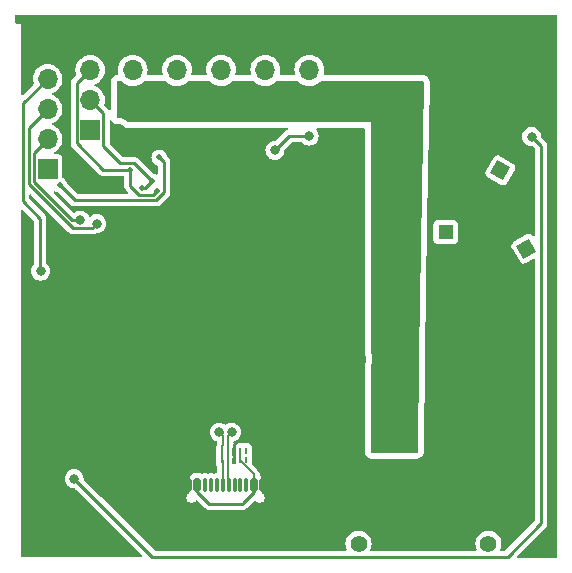
<source format=gbr>
%TF.GenerationSoftware,KiCad,Pcbnew,8.0.3*%
%TF.CreationDate,2024-07-15T22:47:52-04:00*%
%TF.ProjectId,get-a-grip-on-reality,6765742d-612d-4677-9269-702d6f6e2d72,rev?*%
%TF.SameCoordinates,Original*%
%TF.FileFunction,Copper,L2,Bot*%
%TF.FilePolarity,Positive*%
%FSLAX46Y46*%
G04 Gerber Fmt 4.6, Leading zero omitted, Abs format (unit mm)*
G04 Created by KiCad (PCBNEW 8.0.3) date 2024-07-15 22:47:52*
%MOMM*%
%LPD*%
G01*
G04 APERTURE LIST*
G04 Aperture macros list*
%AMRoundRect*
0 Rectangle with rounded corners*
0 $1 Rounding radius*
0 $2 $3 $4 $5 $6 $7 $8 $9 X,Y pos of 4 corners*
0 Add a 4 corners polygon primitive as box body*
4,1,4,$2,$3,$4,$5,$6,$7,$8,$9,$2,$3,0*
0 Add four circle primitives for the rounded corners*
1,1,$1+$1,$2,$3*
1,1,$1+$1,$4,$5*
1,1,$1+$1,$6,$7*
1,1,$1+$1,$8,$9*
0 Add four rect primitives between the rounded corners*
20,1,$1+$1,$2,$3,$4,$5,0*
20,1,$1+$1,$4,$5,$6,$7,0*
20,1,$1+$1,$6,$7,$8,$9,0*
20,1,$1+$1,$8,$9,$2,$3,0*%
%AMRotRect*
0 Rectangle, with rotation*
0 The origin of the aperture is its center*
0 $1 length*
0 $2 width*
0 $3 Rotation angle, in degrees counterclockwise*
0 Add horizontal line*
21,1,$1,$2,0,0,$3*%
G04 Aperture macros list end*
%TA.AperFunction,ComponentPad*%
%ADD10RotRect,1.258000X1.258000X210.000000*%
%TD*%
%TA.AperFunction,ComponentPad*%
%ADD11C,1.258000*%
%TD*%
%TA.AperFunction,ComponentPad*%
%ADD12O,1.700000X1.700000*%
%TD*%
%TA.AperFunction,ComponentPad*%
%ADD13R,1.700000X1.700000*%
%TD*%
%TA.AperFunction,HeatsinkPad*%
%ADD14R,1.600000X0.500000*%
%TD*%
%TA.AperFunction,ComponentPad*%
%ADD15RotRect,1.258000X1.258000X330.000000*%
%TD*%
%TA.AperFunction,ComponentPad*%
%ADD16R,1.258000X1.258000*%
%TD*%
%TA.AperFunction,SMDPad,CuDef*%
%ADD17R,0.250000X0.625000*%
%TD*%
%TA.AperFunction,SMDPad,CuDef*%
%ADD18R,0.450000X0.575000*%
%TD*%
%TA.AperFunction,SMDPad,CuDef*%
%ADD19R,0.450000X0.700000*%
%TD*%
%TA.AperFunction,ComponentPad*%
%ADD20C,3.500000*%
%TD*%
%TA.AperFunction,ComponentPad*%
%ADD21R,3.500000X3.500000*%
%TD*%
%TA.AperFunction,ComponentPad*%
%ADD22C,1.400000*%
%TD*%
%TA.AperFunction,SMDPad,CuDef*%
%ADD23RoundRect,0.250000X0.840000X0.750000X-0.840000X0.750000X-0.840000X-0.750000X0.840000X-0.750000X0*%
%TD*%
%TA.AperFunction,SMDPad,CuDef*%
%ADD24RoundRect,0.150000X0.150000X0.425000X-0.150000X0.425000X-0.150000X-0.425000X0.150000X-0.425000X0*%
%TD*%
%TA.AperFunction,SMDPad,CuDef*%
%ADD25RoundRect,0.075000X0.075000X0.500000X-0.075000X0.500000X-0.075000X-0.500000X0.075000X-0.500000X0*%
%TD*%
%TA.AperFunction,ViaPad*%
%ADD26C,0.800000*%
%TD*%
%TA.AperFunction,ViaPad*%
%ADD27C,0.500000*%
%TD*%
%TA.AperFunction,Conductor*%
%ADD28C,0.250000*%
%TD*%
%TA.AperFunction,Conductor*%
%ADD29C,0.150000*%
%TD*%
G04 APERTURE END LIST*
D10*
%TO.P,D5,K*%
%TO.N,/Light Sensor/1IN-*%
X83600000Y-52040000D03*
D11*
%TO.P,D5,A*%
%TO.N,GND*%
X81400296Y-53310000D03*
%TD*%
D12*
%TO.P,J9,3,Pin_3*%
%TO.N,GND*%
X57759664Y-34366000D03*
%TO.P,J9,2,Pin_2*%
%TO.N,/MOTOR3*%
X57759664Y-36906000D03*
D13*
%TO.P,J9,1,Pin_1*%
%TO.N,+5V*%
X57759664Y-39446000D03*
%TD*%
D12*
%TO.P,J11,3,Pin_3*%
%TO.N,GND*%
X65227000Y-34366000D03*
%TO.P,J11,2,Pin_2*%
%TO.N,/MOTOR5*%
X65227000Y-36906000D03*
D13*
%TO.P,J11,1,Pin_1*%
%TO.N,+5V*%
X65227000Y-39446000D03*
%TD*%
D12*
%TO.P,J10,3,Pin_3*%
%TO.N,GND*%
X61493330Y-34366000D03*
%TO.P,J10,2,Pin_2*%
%TO.N,/MOTOR4*%
X61493330Y-36906000D03*
D13*
%TO.P,J10,1,Pin_1*%
%TO.N,+5V*%
X61493330Y-39446000D03*
%TD*%
D14*
%TO.P,U1,7,PAD*%
%TO.N,GND*%
X69225000Y-61400000D03*
%TD*%
D15*
%TO.P,D6,K*%
%TO.N,/Light Sensor/1IN-*%
X81400296Y-45405000D03*
D11*
%TO.P,D6,A*%
%TO.N,GND*%
X83600000Y-46675000D03*
%TD*%
D12*
%TO.P,J8,3,Pin_3*%
%TO.N,GND*%
X54025998Y-34366000D03*
%TO.P,J8,2,Pin_2*%
%TO.N,/MOTOR2*%
X54025998Y-36906000D03*
D13*
%TO.P,J8,1,Pin_1*%
%TO.N,+5V*%
X54025998Y-39446000D03*
%TD*%
D12*
%TO.P,J1,4,Pin_4*%
%TO.N,GND*%
X46675000Y-34375000D03*
%TO.P,J1,3,Pin_3*%
%TO.N,/IMU/SCLK*%
X46675000Y-36915000D03*
%TO.P,J1,2,Pin_2*%
%TO.N,/IMU/SDO*%
X46675000Y-39455000D03*
D13*
%TO.P,J1,1,Pin_1*%
%TO.N,+3.3V*%
X46675000Y-41995000D03*
%TD*%
D12*
%TO.P,J13,5,Pin_5*%
%TO.N,GND*%
X43075000Y-35135000D03*
%TO.P,J13,4,Pin_4*%
%TO.N,Net-(J13-Pin_4)*%
X43075000Y-37675000D03*
%TO.P,J13,3,Pin_3*%
%TO.N,Net-(J13-Pin_3)*%
X43075000Y-40215000D03*
%TO.P,J13,2,Pin_2*%
%TO.N,Net-(J13-Pin_2)*%
X43075000Y-42755000D03*
D13*
%TO.P,J13,1,Pin_1*%
%TO.N,+3.3V*%
X43075000Y-45295000D03*
%TD*%
D12*
%TO.P,J7,3,Pin_3*%
%TO.N,GND*%
X50292332Y-34366000D03*
%TO.P,J7,2,Pin_2*%
%TO.N,/MOTOR1*%
X50292332Y-36906000D03*
D13*
%TO.P,J7,1,Pin_1*%
%TO.N,+5V*%
X50292332Y-39446000D03*
%TD*%
D16*
%TO.P,D4,K*%
%TO.N,/Light Sensor/1IN-*%
X76775000Y-50632500D03*
D11*
%TO.P,D4,A*%
%TO.N,GND*%
X76775000Y-48092500D03*
%TD*%
D17*
%TO.P,U3,10,NC*%
%TO.N,/MCU/USB_N*%
X57875000Y-69970000D03*
%TO.P,U3,9,NC*%
%TO.N,/MCU/USB_P*%
X58375000Y-69970000D03*
D18*
%TO.P,U3,8,VSS*%
%TO.N,GND*%
X58875000Y-69995000D03*
D17*
%TO.P,U3,7,NC*%
%TO.N,+5V_USB_ESP*%
X59375000Y-69970000D03*
%TO.P,U3,6,NC*%
%TO.N,unconnected-(U3-NC-Pad6)*%
X59875000Y-69970000D03*
%TO.P,U3,5*%
%TO.N,unconnected-(U3-Pad5)*%
X59875000Y-69195000D03*
%TO.P,U3,4*%
%TO.N,+5V_USB_ESP*%
X59375000Y-69195000D03*
D19*
%TO.P,U3,3,VSS*%
%TO.N,GND*%
X58875000Y-69232500D03*
D17*
%TO.P,U3,2*%
%TO.N,/MCU/USB_P*%
X58375000Y-69195000D03*
%TO.P,U3,1*%
%TO.N,/MCU/USB_N*%
X57875000Y-69195000D03*
%TD*%
D20*
%TO.P,J12,2,Pin_2*%
%TO.N,+5V*%
X72400000Y-67025000D03*
D21*
%TO.P,J12,1,Pin_1*%
%TO.N,GND*%
X77400000Y-67025000D03*
D22*
%TO.P,J12,*%
%TO.N,*%
X80400000Y-77025000D03*
X69400000Y-77025000D03*
%TD*%
D23*
%TO.P,P1,S1,SHIELD*%
%TO.N,GND*%
X53040000Y-72620000D03*
X53040000Y-76550000D03*
X63260000Y-72620000D03*
X63260000Y-76550000D03*
D24*
%TO.P,P1,B12,GND*%
X61350000Y-72045000D03*
%TO.P,P1,B9,VBUS*%
%TO.N,+5V_USB_ESP*%
X60550000Y-72045000D03*
D25*
%TO.P,P1,B8*%
%TO.N,N/C*%
X59900000Y-72045000D03*
%TO.P,P1,B7*%
X58900000Y-72045000D03*
%TO.P,P1,B6*%
X57400000Y-72045000D03*
%TO.P,P1,B5,VCONN*%
%TO.N,unconnected-(P1-VCONN-PadB5)*%
X56400000Y-72045000D03*
D24*
%TO.P,P1,B4,VBUS*%
%TO.N,+5V_USB_ESP*%
X55750000Y-72045000D03*
%TO.P,P1,B1,GND*%
%TO.N,GND*%
X54950000Y-72045000D03*
%TO.P,P1,A12,GND*%
X54950000Y-72045000D03*
%TO.P,P1,A9,VBUS*%
%TO.N,+5V_USB_ESP*%
X55750000Y-72045000D03*
D25*
%TO.P,P1,A8*%
%TO.N,N/C*%
X56900000Y-72045000D03*
%TO.P,P1,A7,D-*%
%TO.N,/MCU/USB_N*%
X57900000Y-72045000D03*
%TO.P,P1,A6,D+*%
%TO.N,/MCU/USB_P*%
X58400000Y-72045000D03*
%TO.P,P1,A5,CC*%
%TO.N,unconnected-(P1-CC-PadA5)*%
X59400000Y-72045000D03*
D24*
%TO.P,P1,A4,VBUS*%
%TO.N,+5V_USB_ESP*%
X60550000Y-72045000D03*
%TO.P,P1,A1,GND*%
%TO.N,GND*%
X61350000Y-72045000D03*
%TD*%
D26*
%TO.N,GND*%
X83289000Y-72765000D03*
X83289000Y-70225000D03*
X83289000Y-67685000D03*
X83289000Y-65145000D03*
X83289000Y-62605000D03*
X83289000Y-60065000D03*
X83289000Y-57525000D03*
X83289000Y-54985000D03*
X83289000Y-49905000D03*
X83289000Y-39745000D03*
X83289000Y-37205000D03*
X83289000Y-34665000D03*
X80749000Y-75305000D03*
X80749000Y-72765000D03*
X80749000Y-70225000D03*
X80749000Y-67685000D03*
X80749000Y-65145000D03*
X80749000Y-62605000D03*
X80749000Y-60065000D03*
X80749000Y-57525000D03*
X80749000Y-54985000D03*
X80749000Y-39745000D03*
X80749000Y-37205000D03*
X80749000Y-34665000D03*
X78209000Y-75305000D03*
X78209000Y-72765000D03*
X78209000Y-70225000D03*
X78209000Y-62605000D03*
X78209000Y-60065000D03*
X78209000Y-57525000D03*
X78209000Y-54985000D03*
X78209000Y-52445000D03*
X78209000Y-47365000D03*
X78209000Y-37205000D03*
X75669000Y-75305000D03*
X75669000Y-72765000D03*
X75669000Y-70225000D03*
X75669000Y-57525000D03*
X73129000Y-75305000D03*
X73129000Y-72765000D03*
X70589000Y-75305000D03*
X70589000Y-72765000D03*
X60429000Y-42285000D03*
X57889000Y-60065000D03*
X57889000Y-57525000D03*
X57889000Y-54985000D03*
X57889000Y-52445000D03*
X57889000Y-49905000D03*
X55349000Y-60065000D03*
X55349000Y-57525000D03*
X55349000Y-54985000D03*
X55349000Y-52445000D03*
X55349000Y-49905000D03*
X52809000Y-54985000D03*
X52809000Y-52445000D03*
X52809000Y-49905000D03*
X50269000Y-54985000D03*
X50269000Y-52445000D03*
X50269000Y-49905000D03*
X47729000Y-54985000D03*
X47729000Y-52445000D03*
X45189000Y-52445000D03*
X69088000Y-49276000D03*
X50710000Y-59820000D03*
X51420000Y-58970000D03*
X65151000Y-60198000D03*
X69088000Y-50800000D03*
X51520000Y-57020000D03*
X41925000Y-60525000D03*
X50090000Y-57030000D03*
X80137000Y-43942000D03*
X58725000Y-45050000D03*
X66075000Y-43925000D03*
X83566000Y-43942000D03*
X48530000Y-58990000D03*
X45325000Y-56325000D03*
X49200331Y-41910331D03*
X50419000Y-74041000D03*
X68707000Y-46482000D03*
X66548000Y-58166000D03*
X65786000Y-52578000D03*
X62992000Y-56261000D03*
X57675000Y-74575000D03*
X48630000Y-57040000D03*
X61825000Y-46750000D03*
X67675000Y-61225000D03*
X69088000Y-47879000D03*
X50038000Y-68707000D03*
X54050000Y-46200000D03*
X41925000Y-56325000D03*
X76327000Y-45720000D03*
X62500000Y-66125000D03*
X70612000Y-33782000D03*
X62800000Y-45750000D03*
X68326000Y-68453000D03*
X65786000Y-54483000D03*
X65024000Y-58166000D03*
X45325000Y-60525000D03*
X68300000Y-65550000D03*
X41656000Y-71755000D03*
X41925000Y-58525000D03*
X48975000Y-72675000D03*
X41925000Y-62925000D03*
X59175000Y-74575000D03*
X50810000Y-57870000D03*
X50038000Y-70993000D03*
X54050000Y-45225000D03*
X68300000Y-67100000D03*
X49300000Y-59860000D03*
X49170000Y-42790000D03*
X41670000Y-72898000D03*
X51599098Y-70143694D03*
X65675000Y-73325000D03*
X41910000Y-64389000D03*
X72644000Y-36576000D03*
X49990000Y-58980000D03*
X78232000Y-43942000D03*
X49400000Y-57910000D03*
X69225000Y-61400000D03*
X45325000Y-58525000D03*
%TO.N,Net-(U2-GPIO0{slash}BOOT)*%
X65225000Y-42525000D03*
X62325000Y-43725000D03*
%TO.N,+5V*%
X71225000Y-64225000D03*
X72175000Y-64225000D03*
X73125000Y-64225000D03*
%TO.N,Net-(U2-EN)*%
X84050000Y-42550000D03*
X45325000Y-71525000D03*
D27*
%TO.N,/IMU/SCLK*%
X52325000Y-47125000D03*
X50094202Y-45352873D03*
%TO.N,/IMU/SDO*%
X51925000Y-46325000D03*
X51057538Y-46942464D03*
D26*
%TO.N,Net-(J13-Pin_3)*%
X47225000Y-49925000D03*
%TO.N,Net-(J13-Pin_4)*%
X42475000Y-53950000D03*
%TO.N,Net-(J13-Pin_2)*%
X45825000Y-49625000D03*
%TO.N,/MCU/USB_N*%
X57600000Y-67575000D03*
%TO.N,/MCU/USB_P*%
X58650000Y-67575000D03*
D27*
%TO.N,/IMU/INT1*%
X52525000Y-44325000D03*
X44083400Y-46629200D03*
%TD*%
D28*
%TO.N,GND*%
X58875000Y-68575000D02*
X59125000Y-68325000D01*
X60125000Y-68325000D02*
X60225000Y-68325000D01*
X62425000Y-66125000D02*
X62500000Y-66125000D01*
X62500000Y-66050000D02*
X62425000Y-66125000D01*
X62500000Y-66125000D02*
X62500000Y-66050000D01*
X59125000Y-68325000D02*
X60125000Y-68325000D01*
X60225000Y-68325000D02*
X62425000Y-66125000D01*
X58875000Y-68575000D02*
X58875000Y-69995000D01*
X58875000Y-69232500D02*
X58875000Y-68575000D01*
%TO.N,Net-(U2-GPIO0{slash}BOOT)*%
X63525000Y-42525000D02*
X62325000Y-43725000D01*
X65225000Y-42525000D02*
X63525000Y-42525000D01*
%TO.N,Net-(U2-EN)*%
X84875000Y-43375000D02*
X84875000Y-75300000D01*
X84050000Y-42550000D02*
X84875000Y-43375000D01*
X51950000Y-78150000D02*
X45325000Y-71525000D01*
X84875000Y-75300000D02*
X82025000Y-78150000D01*
X82025000Y-78150000D02*
X51950000Y-78150000D01*
%TO.N,/IMU/SCLK*%
X47782873Y-45352873D02*
X45550000Y-43120000D01*
X50840075Y-47467464D02*
X51982536Y-47467464D01*
X50094202Y-45352873D02*
X47782873Y-45352873D01*
X45550000Y-43120000D02*
X45550000Y-38040000D01*
X50094202Y-45352873D02*
X50094202Y-46721591D01*
X45550000Y-38040000D02*
X46675000Y-36915000D01*
X51982536Y-47467464D02*
X52325000Y-47125000D01*
X50094202Y-46721591D02*
X50840075Y-47467464D01*
%TO.N,/IMU/SDO*%
X49247873Y-44827873D02*
X47800000Y-43380000D01*
X50427873Y-44827873D02*
X49247873Y-44827873D01*
X46623400Y-39735800D02*
X46623400Y-40165863D01*
X51307536Y-46942464D02*
X51925000Y-46325000D01*
X47800000Y-40580000D02*
X46675000Y-39455000D01*
X47800000Y-43380000D02*
X47800000Y-40580000D01*
X51925000Y-46325000D02*
X50427873Y-44827873D01*
X51057538Y-46942464D02*
X51307536Y-46942464D01*
%TO.N,Net-(J13-Pin_3)*%
X41500000Y-46535686D02*
X41500000Y-41790000D01*
X41500000Y-41790000D02*
X43075000Y-40215000D01*
X45264314Y-50300000D02*
X41500000Y-46535686D01*
X46850000Y-50300000D02*
X45264314Y-50300000D01*
X47225000Y-49925000D02*
X46850000Y-50300000D01*
%TO.N,Net-(J13-Pin_4)*%
X42450000Y-49730000D02*
X42450000Y-49500610D01*
X41000000Y-39750000D02*
X43075000Y-37675000D01*
X42450000Y-49500610D02*
X41000000Y-48050610D01*
X41000000Y-48050610D02*
X41000000Y-39750000D01*
X42450000Y-49730000D02*
X42450000Y-53925000D01*
X42450000Y-53925000D02*
X42475000Y-53950000D01*
%TO.N,Net-(J13-Pin_2)*%
X43075000Y-42755000D02*
X41900000Y-43930000D01*
X41900000Y-46370000D02*
X45155000Y-49625000D01*
X41900000Y-43930000D02*
X41900000Y-46370000D01*
X45155000Y-49625000D02*
X45825000Y-49625000D01*
D29*
%TO.N,/MCU/USB_N*%
X57875000Y-68726249D02*
X57925000Y-68676249D01*
X57900000Y-72045000D02*
X57900000Y-69995000D01*
X57600000Y-67575000D02*
X57925000Y-67625000D01*
X57925000Y-67900000D02*
X57600000Y-67575000D01*
X57900000Y-69995000D02*
X57875000Y-69970000D01*
X57875000Y-69195000D02*
X57875000Y-68726249D01*
X57925000Y-68676249D02*
X57925000Y-67900000D01*
X57875000Y-69970000D02*
X57875000Y-69195000D01*
%TO.N,/MCU/USB_P*%
X58400000Y-72045000D02*
X58375000Y-72020000D01*
X58325000Y-67900000D02*
X58650000Y-67575000D01*
X58375000Y-68726249D02*
X58325000Y-68676249D01*
X58375000Y-69195000D02*
X58375000Y-68726249D01*
X58375000Y-69970000D02*
X58375000Y-69195000D01*
X58375000Y-72020000D02*
X58375000Y-69970000D01*
X58325000Y-68676249D02*
X58325000Y-67900000D01*
D28*
%TO.N,/IMU/INT1*%
X45371664Y-47917464D02*
X52274999Y-47917464D01*
X52925000Y-44725000D02*
X52525000Y-44325000D01*
X52925000Y-47267463D02*
X52925000Y-44725000D01*
X44083400Y-46629200D02*
X45371664Y-47917464D01*
X52274999Y-47917464D02*
X52925000Y-47267463D01*
%TO.N,+5V_USB_ESP*%
X59625000Y-73625000D02*
X59625000Y-73615761D01*
X59625000Y-73615761D02*
X60550000Y-72690761D01*
X56755001Y-73625000D02*
X59625000Y-73625000D01*
D29*
X59375000Y-69970000D02*
X60550000Y-71145000D01*
X60550000Y-71145000D02*
X60550000Y-72045000D01*
D28*
X55750000Y-72045000D02*
X55750000Y-72619999D01*
D29*
X59375000Y-69970000D02*
X59375000Y-69195000D01*
D28*
X60550000Y-72690761D02*
X60550000Y-72045000D01*
X55750000Y-72619999D02*
X56755001Y-73625000D01*
%TD*%
%TA.AperFunction,Conductor*%
%TO.N,GND*%
G36*
X86184191Y-32243907D02*
G01*
X86220155Y-32293407D01*
X86225000Y-32324000D01*
X86225000Y-78125783D01*
X86206093Y-78183974D01*
X86156593Y-78219938D01*
X86125784Y-78224783D01*
X82939118Y-78217841D01*
X82880969Y-78198807D01*
X82845113Y-78149228D01*
X82845246Y-78088043D01*
X82869327Y-78048840D01*
X85295505Y-75622665D01*
X85364689Y-75502835D01*
X85400501Y-75369183D01*
X85400501Y-75230816D01*
X85400501Y-75224754D01*
X85400500Y-75224736D01*
X85400500Y-43305818D01*
X85392454Y-43275789D01*
X85364688Y-43172164D01*
X85295505Y-43052335D01*
X85197665Y-42954495D01*
X85197662Y-42954493D01*
X84882958Y-42639789D01*
X84855181Y-42585272D01*
X84854585Y-42558698D01*
X84854744Y-42557285D01*
X84855565Y-42550000D01*
X84835368Y-42370745D01*
X84775789Y-42200478D01*
X84760080Y-42175478D01*
X84679818Y-42047741D01*
X84679817Y-42047740D01*
X84679816Y-42047738D01*
X84552262Y-41920184D01*
X84552259Y-41920182D01*
X84552258Y-41920181D01*
X84399523Y-41824211D01*
X84229261Y-41764633D01*
X84229257Y-41764632D01*
X84050000Y-41744435D01*
X83870742Y-41764632D01*
X83870738Y-41764633D01*
X83700477Y-41824211D01*
X83700476Y-41824211D01*
X83547741Y-41920181D01*
X83420181Y-42047741D01*
X83324211Y-42200476D01*
X83324211Y-42200477D01*
X83264633Y-42370738D01*
X83264632Y-42370742D01*
X83244435Y-42550000D01*
X83264632Y-42729257D01*
X83264633Y-42729261D01*
X83324211Y-42899522D01*
X83324211Y-42899523D01*
X83420181Y-43052258D01*
X83420184Y-43052262D01*
X83547738Y-43179816D01*
X83547740Y-43179817D01*
X83547741Y-43179818D01*
X83660690Y-43250789D01*
X83700478Y-43275789D01*
X83768394Y-43299554D01*
X83870738Y-43335366D01*
X83870742Y-43335367D01*
X83870745Y-43335368D01*
X84050000Y-43355565D01*
X84057285Y-43354744D01*
X84058698Y-43354585D01*
X84118640Y-43366856D01*
X84139789Y-43382958D01*
X84320504Y-43563673D01*
X84348281Y-43618190D01*
X84349500Y-43633677D01*
X84349500Y-50909700D01*
X84330593Y-50967891D01*
X84281093Y-51003855D01*
X84219907Y-51003855D01*
X84170407Y-50967891D01*
X84164764Y-50959202D01*
X84161312Y-50953224D01*
X84101555Y-50879429D01*
X83995163Y-50810337D01*
X83995160Y-50810335D01*
X83872615Y-50777499D01*
X83872609Y-50777499D01*
X83745925Y-50784138D01*
X83657277Y-50818166D01*
X82513226Y-51478685D01*
X82439429Y-51538444D01*
X82370337Y-51644836D01*
X82370335Y-51644839D01*
X82337499Y-51767384D01*
X82337499Y-51767390D01*
X82344138Y-51894074D01*
X82378166Y-51982722D01*
X83038685Y-53126773D01*
X83098444Y-53200570D01*
X83204836Y-53269662D01*
X83204841Y-53269665D01*
X83327385Y-53302501D01*
X83454077Y-53295861D01*
X83542724Y-53261833D01*
X84201002Y-52881774D01*
X84260848Y-52869053D01*
X84316744Y-52893940D01*
X84347337Y-52946928D01*
X84349500Y-52967511D01*
X84349500Y-75041322D01*
X84330593Y-75099513D01*
X84320504Y-75111326D01*
X81836327Y-77595504D01*
X81781810Y-77623281D01*
X81766323Y-77624500D01*
X81490760Y-77624500D01*
X81432569Y-77605593D01*
X81396605Y-77556093D01*
X81396605Y-77494907D01*
X81402139Y-77481372D01*
X81406909Y-77471791D01*
X81430582Y-77424250D01*
X81486397Y-77228083D01*
X81505215Y-77025000D01*
X81486397Y-76821917D01*
X81430582Y-76625750D01*
X81339673Y-76443179D01*
X81216764Y-76280421D01*
X81066041Y-76143019D01*
X80892637Y-76035652D01*
X80702456Y-75961976D01*
X80702455Y-75961975D01*
X80702453Y-75961975D01*
X80501976Y-75924500D01*
X80298024Y-75924500D01*
X80097546Y-75961975D01*
X80027632Y-75989059D01*
X79907363Y-76035652D01*
X79733959Y-76143019D01*
X79583237Y-76280420D01*
X79460328Y-76443177D01*
X79460323Y-76443186D01*
X79369419Y-76625747D01*
X79313603Y-76821917D01*
X79294785Y-77025000D01*
X79313603Y-77228082D01*
X79369419Y-77424252D01*
X79397861Y-77481372D01*
X79406874Y-77541890D01*
X79378593Y-77596148D01*
X79323822Y-77623420D01*
X79309240Y-77624500D01*
X70490760Y-77624500D01*
X70432569Y-77605593D01*
X70396605Y-77556093D01*
X70396605Y-77494907D01*
X70402139Y-77481372D01*
X70406909Y-77471791D01*
X70430582Y-77424250D01*
X70486397Y-77228083D01*
X70505215Y-77025000D01*
X70486397Y-76821917D01*
X70430582Y-76625750D01*
X70339673Y-76443179D01*
X70216764Y-76280421D01*
X70066041Y-76143019D01*
X69892637Y-76035652D01*
X69702456Y-75961976D01*
X69702455Y-75961975D01*
X69702453Y-75961975D01*
X69501976Y-75924500D01*
X69298024Y-75924500D01*
X69097546Y-75961975D01*
X69027632Y-75989059D01*
X68907363Y-76035652D01*
X68733959Y-76143019D01*
X68583237Y-76280420D01*
X68460328Y-76443177D01*
X68460323Y-76443186D01*
X68369419Y-76625747D01*
X68313603Y-76821917D01*
X68294785Y-77025000D01*
X68313603Y-77228082D01*
X68369419Y-77424252D01*
X68397861Y-77481372D01*
X68406874Y-77541890D01*
X68378593Y-77596148D01*
X68323822Y-77623420D01*
X68309240Y-77624500D01*
X52208677Y-77624500D01*
X52150486Y-77605593D01*
X52138673Y-77595504D01*
X47607151Y-73063982D01*
X54834500Y-73063982D01*
X54834500Y-73176018D01*
X54860072Y-73271455D01*
X54863498Y-73284241D01*
X54916544Y-73376117D01*
X54919515Y-73381263D01*
X54998737Y-73460485D01*
X54998739Y-73460486D01*
X55095759Y-73516501D01*
X55095757Y-73516501D01*
X55095761Y-73516502D01*
X55095763Y-73516503D01*
X55203982Y-73545500D01*
X55203984Y-73545500D01*
X55316016Y-73545500D01*
X55316018Y-73545500D01*
X55424237Y-73516503D01*
X55424239Y-73516501D01*
X55424241Y-73516501D01*
X55453064Y-73499859D01*
X55521263Y-73460485D01*
X55600485Y-73381263D01*
X55600487Y-73381258D01*
X55600490Y-73381256D01*
X55604434Y-73376117D01*
X55607055Y-73378128D01*
X55642191Y-73346066D01*
X55702997Y-73339264D01*
X55753064Y-73366232D01*
X56334494Y-73947662D01*
X56334496Y-73947665D01*
X56432336Y-74045505D01*
X56552165Y-74114688D01*
X56552167Y-74114688D01*
X56552168Y-74114689D01*
X56580406Y-74122256D01*
X56580409Y-74122256D01*
X56685815Y-74150500D01*
X56685817Y-74150501D01*
X56685818Y-74150501D01*
X56830247Y-74150501D01*
X56830263Y-74150500D01*
X59694181Y-74150500D01*
X59694183Y-74150500D01*
X59827836Y-74114688D01*
X59947665Y-74045505D01*
X60045505Y-73947665D01*
X60051609Y-73937090D01*
X60067337Y-73916591D01*
X60581088Y-73402841D01*
X60635604Y-73375065D01*
X60696036Y-73384636D01*
X60721091Y-73402839D01*
X60778737Y-73460485D01*
X60778739Y-73460486D01*
X60875759Y-73516501D01*
X60875757Y-73516501D01*
X60875761Y-73516502D01*
X60875763Y-73516503D01*
X60983982Y-73545500D01*
X60983984Y-73545500D01*
X61096016Y-73545500D01*
X61096018Y-73545500D01*
X61204237Y-73516503D01*
X61204239Y-73516501D01*
X61204241Y-73516501D01*
X61233064Y-73499859D01*
X61301263Y-73460485D01*
X61380485Y-73381263D01*
X61436503Y-73284237D01*
X61465500Y-73176018D01*
X61465500Y-73063982D01*
X61436503Y-72955763D01*
X61436501Y-72955760D01*
X61436501Y-72955758D01*
X61380486Y-72858739D01*
X61380485Y-72858737D01*
X61301263Y-72779515D01*
X61301260Y-72779513D01*
X61268003Y-72760312D01*
X61227062Y-72714843D01*
X61220666Y-72653992D01*
X61225406Y-72638258D01*
X61239877Y-72601564D01*
X61250500Y-72513102D01*
X61250500Y-71576898D01*
X61239877Y-71488436D01*
X61184361Y-71347658D01*
X61092922Y-71227078D01*
X61092917Y-71227074D01*
X61092915Y-71227072D01*
X61064679Y-71205659D01*
X61029738Y-71155432D01*
X61025500Y-71126777D01*
X61025500Y-71082401D01*
X61025500Y-71082399D01*
X60993095Y-70961464D01*
X60930495Y-70853036D01*
X60930492Y-70853033D01*
X60841964Y-70764504D01*
X60841964Y-70764505D01*
X60429495Y-70352036D01*
X60401718Y-70297519D01*
X60400499Y-70282044D01*
X60400499Y-69625982D01*
X60400499Y-69625981D01*
X60400499Y-69625978D01*
X60396066Y-69597987D01*
X60396066Y-69567012D01*
X60400500Y-69539019D01*
X60400499Y-68850982D01*
X60385646Y-68757196D01*
X60328050Y-68644158D01*
X60238342Y-68554450D01*
X60125304Y-68496854D01*
X60125305Y-68496854D01*
X60031522Y-68482000D01*
X59718478Y-68482000D01*
X59718476Y-68482001D01*
X59640486Y-68494352D01*
X59609515Y-68494352D01*
X59531522Y-68482000D01*
X59218479Y-68482000D01*
X59218476Y-68482001D01*
X59124700Y-68496852D01*
X59124695Y-68496854D01*
X59011659Y-68554449D01*
X58982729Y-68583379D01*
X58928212Y-68611155D01*
X58867780Y-68601583D01*
X58824516Y-68558318D01*
X58820792Y-68548619D01*
X58820578Y-68548708D01*
X58818096Y-68542718D01*
X58818095Y-68542713D01*
X58816602Y-68540127D01*
X58813762Y-68535207D01*
X58800500Y-68485710D01*
X58800500Y-68440673D01*
X58819407Y-68382482D01*
X58866799Y-68347230D01*
X58999522Y-68300789D01*
X59152262Y-68204816D01*
X59279816Y-68077262D01*
X59375789Y-67924522D01*
X59435368Y-67754255D01*
X59455565Y-67575000D01*
X59435368Y-67395745D01*
X59375789Y-67225478D01*
X59279816Y-67072738D01*
X59152262Y-66945184D01*
X59152259Y-66945182D01*
X59152258Y-66945181D01*
X58999523Y-66849211D01*
X58829261Y-66789633D01*
X58829257Y-66789632D01*
X58650000Y-66769435D01*
X58470742Y-66789632D01*
X58470738Y-66789633D01*
X58300477Y-66849211D01*
X58300476Y-66849211D01*
X58177671Y-66926375D01*
X58118340Y-66941325D01*
X58072329Y-66926375D01*
X57949523Y-66849211D01*
X57779261Y-66789633D01*
X57779257Y-66789632D01*
X57600000Y-66769435D01*
X57420742Y-66789632D01*
X57420738Y-66789633D01*
X57250477Y-66849211D01*
X57250476Y-66849211D01*
X57097741Y-66945181D01*
X56970181Y-67072741D01*
X56874211Y-67225476D01*
X56874211Y-67225477D01*
X56814633Y-67395738D01*
X56814632Y-67395742D01*
X56794435Y-67575000D01*
X56814632Y-67754257D01*
X56814633Y-67754261D01*
X56874211Y-67924522D01*
X56874211Y-67924523D01*
X56970181Y-68077258D01*
X56970184Y-68077262D01*
X57097738Y-68204816D01*
X57250478Y-68300789D01*
X57383200Y-68347230D01*
X57431878Y-68384294D01*
X57449500Y-68440673D01*
X57449500Y-68485710D01*
X57436238Y-68535207D01*
X57431906Y-68542709D01*
X57431905Y-68542713D01*
X57399500Y-68663648D01*
X57399500Y-68663650D01*
X57399500Y-68664449D01*
X57399266Y-68665422D01*
X57398653Y-68670081D01*
X57398163Y-68670016D01*
X57388710Y-68709393D01*
X57364355Y-68757191D01*
X57364354Y-68757196D01*
X57349500Y-68850979D01*
X57349500Y-69539017D01*
X57353934Y-69567014D01*
X57353934Y-69597981D01*
X57349501Y-69625978D01*
X57349500Y-69625982D01*
X57349500Y-70314020D01*
X57349501Y-70314023D01*
X57364352Y-70407799D01*
X57364353Y-70407804D01*
X57394977Y-70467904D01*
X57413709Y-70504669D01*
X57424500Y-70549613D01*
X57424500Y-70970500D01*
X57405593Y-71028691D01*
X57356093Y-71064655D01*
X57325502Y-71069500D01*
X57279522Y-71069500D01*
X57279515Y-71069501D01*
X57222883Y-71075588D01*
X57184594Y-71089869D01*
X57123465Y-71092488D01*
X57115404Y-71089869D01*
X57077115Y-71075588D01*
X57077108Y-71075587D01*
X57051502Y-71072834D01*
X57020485Y-71069500D01*
X57020481Y-71069500D01*
X56779521Y-71069500D01*
X56779515Y-71069501D01*
X56722883Y-71075588D01*
X56684594Y-71089869D01*
X56623465Y-71092488D01*
X56615404Y-71089869D01*
X56577115Y-71075588D01*
X56577108Y-71075587D01*
X56551502Y-71072834D01*
X56520485Y-71069500D01*
X56520481Y-71069500D01*
X56279521Y-71069500D01*
X56279515Y-71069501D01*
X56222888Y-71075587D01*
X56222883Y-71075588D01*
X56154234Y-71101193D01*
X56093105Y-71103813D01*
X56083320Y-71100533D01*
X56056278Y-71089869D01*
X56031564Y-71080123D01*
X56013871Y-71077998D01*
X55943106Y-71069500D01*
X55943102Y-71069500D01*
X55556898Y-71069500D01*
X55556893Y-71069500D01*
X55468434Y-71080123D01*
X55327660Y-71135637D01*
X55327656Y-71135640D01*
X55207081Y-71227075D01*
X55207075Y-71227081D01*
X55115640Y-71347656D01*
X55115637Y-71347660D01*
X55060123Y-71488434D01*
X55049500Y-71576893D01*
X55049500Y-72513106D01*
X55060123Y-72601564D01*
X55074593Y-72638258D01*
X55078351Y-72699328D01*
X55045495Y-72750944D01*
X55031997Y-72760311D01*
X54998739Y-72779513D01*
X54919513Y-72858739D01*
X54863498Y-72955758D01*
X54847782Y-73014412D01*
X54834500Y-73063982D01*
X47607151Y-73063982D01*
X46157958Y-71614789D01*
X46130181Y-71560272D01*
X46129585Y-71533698D01*
X46129744Y-71532285D01*
X46130565Y-71525000D01*
X46110368Y-71345745D01*
X46050789Y-71175478D01*
X46025756Y-71135639D01*
X45954818Y-71022741D01*
X45954817Y-71022740D01*
X45954816Y-71022738D01*
X45827262Y-70895184D01*
X45827259Y-70895182D01*
X45827258Y-70895181D01*
X45674523Y-70799211D01*
X45504261Y-70739633D01*
X45504257Y-70739632D01*
X45325000Y-70719435D01*
X45145742Y-70739632D01*
X45145738Y-70739633D01*
X44975477Y-70799211D01*
X44975476Y-70799211D01*
X44822741Y-70895181D01*
X44695181Y-71022741D01*
X44599211Y-71175476D01*
X44599211Y-71175477D01*
X44539633Y-71345738D01*
X44539632Y-71345742D01*
X44519435Y-71525000D01*
X44539632Y-71704257D01*
X44539633Y-71704261D01*
X44599211Y-71874522D01*
X44599211Y-71874523D01*
X44695181Y-72027258D01*
X44695184Y-72027262D01*
X44822738Y-72154816D01*
X44975478Y-72250789D01*
X45043657Y-72274646D01*
X45145738Y-72310366D01*
X45145742Y-72310367D01*
X45145745Y-72310368D01*
X45325000Y-72330565D01*
X45332285Y-72329744D01*
X45333698Y-72329585D01*
X45393640Y-72341856D01*
X45414789Y-72357958D01*
X51036008Y-77979177D01*
X51063785Y-78033694D01*
X51054214Y-78094126D01*
X51010949Y-78137391D01*
X50965788Y-78148181D01*
X40912784Y-78126280D01*
X40854635Y-78107246D01*
X40818779Y-78057667D01*
X40814000Y-78027280D01*
X40814000Y-48846787D01*
X40832907Y-48788596D01*
X40882407Y-48752632D01*
X40943593Y-48752632D01*
X40983004Y-48776783D01*
X41895504Y-49689283D01*
X41923281Y-49743800D01*
X41924500Y-49759287D01*
X41924500Y-53327414D01*
X41905593Y-53385605D01*
X41895504Y-53397417D01*
X41845185Y-53447736D01*
X41845181Y-53447741D01*
X41749211Y-53600476D01*
X41749211Y-53600477D01*
X41689633Y-53770738D01*
X41689632Y-53770742D01*
X41669435Y-53950000D01*
X41689632Y-54129257D01*
X41689633Y-54129261D01*
X41749211Y-54299522D01*
X41749211Y-54299523D01*
X41845181Y-54452258D01*
X41845184Y-54452262D01*
X41972738Y-54579816D01*
X42125478Y-54675789D01*
X42193657Y-54699646D01*
X42295738Y-54735366D01*
X42295742Y-54735367D01*
X42295745Y-54735368D01*
X42475000Y-54755565D01*
X42654255Y-54735368D01*
X42824522Y-54675789D01*
X42977262Y-54579816D01*
X43104816Y-54452262D01*
X43200789Y-54299522D01*
X43260368Y-54129255D01*
X43280565Y-53950000D01*
X43260368Y-53770745D01*
X43200789Y-53600478D01*
X43104816Y-53447738D01*
X43004494Y-53347416D01*
X42976719Y-53292902D01*
X42975500Y-53277415D01*
X42975500Y-49577781D01*
X42975501Y-49577768D01*
X42975501Y-49431428D01*
X42975501Y-49431427D01*
X42939689Y-49297775D01*
X42939687Y-49297772D01*
X42939687Y-49297770D01*
X42870508Y-49177949D01*
X42870507Y-49177948D01*
X42870506Y-49177947D01*
X42870505Y-49177945D01*
X41554496Y-47861936D01*
X41526719Y-47807419D01*
X41525500Y-47791932D01*
X41525500Y-47543363D01*
X41544407Y-47485172D01*
X41593907Y-47449208D01*
X41655093Y-47449208D01*
X41694504Y-47473359D01*
X44843807Y-50622662D01*
X44843809Y-50622665D01*
X44941649Y-50720505D01*
X45061478Y-50789688D01*
X45061480Y-50789688D01*
X45061481Y-50789689D01*
X45089719Y-50797256D01*
X45089722Y-50797256D01*
X45195128Y-50825500D01*
X45195130Y-50825501D01*
X45195131Y-50825501D01*
X45339560Y-50825501D01*
X45339576Y-50825500D01*
X46774738Y-50825500D01*
X46774754Y-50825501D01*
X46780817Y-50825501D01*
X46919183Y-50825501D01*
X47024591Y-50797256D01*
X47052836Y-50789688D01*
X47138421Y-50740275D01*
X47198265Y-50727554D01*
X47198689Y-50727600D01*
X47225000Y-50730565D01*
X47404255Y-50710368D01*
X47574522Y-50650789D01*
X47727262Y-50554816D01*
X47854816Y-50427262D01*
X47950789Y-50274522D01*
X48010368Y-50104255D01*
X48030565Y-49925000D01*
X48010368Y-49745745D01*
X48009687Y-49743800D01*
X47965616Y-49617852D01*
X47950789Y-49575478D01*
X47947219Y-49569797D01*
X47854818Y-49422741D01*
X47854817Y-49422740D01*
X47854816Y-49422738D01*
X47727262Y-49295184D01*
X47727259Y-49295182D01*
X47727258Y-49295181D01*
X47574523Y-49199211D01*
X47404261Y-49139633D01*
X47404257Y-49139632D01*
X47225000Y-49119435D01*
X47045742Y-49139632D01*
X47045738Y-49139633D01*
X46875477Y-49199211D01*
X46875476Y-49199211D01*
X46722741Y-49295181D01*
X46722735Y-49295186D01*
X46711743Y-49306178D01*
X46657226Y-49333954D01*
X46596794Y-49324380D01*
X46553531Y-49281114D01*
X46552544Y-49279123D01*
X46550787Y-49275474D01*
X46454818Y-49122741D01*
X46454817Y-49122740D01*
X46454816Y-49122738D01*
X46327262Y-48995184D01*
X46327259Y-48995182D01*
X46327258Y-48995181D01*
X46174523Y-48899211D01*
X46004261Y-48839633D01*
X46004257Y-48839632D01*
X45825000Y-48819435D01*
X45645742Y-48839632D01*
X45645738Y-48839633D01*
X45475477Y-48899211D01*
X45475476Y-48899211D01*
X45356188Y-48974166D01*
X45296858Y-48989116D01*
X45240071Y-48966337D01*
X45233513Y-48960344D01*
X43603919Y-47330750D01*
X43576142Y-47276233D01*
X43585713Y-47215801D01*
X43628978Y-47172536D01*
X43689410Y-47162965D01*
X43719928Y-47173085D01*
X43801316Y-47215801D01*
X43851035Y-47241896D01*
X43959457Y-47268619D01*
X44005769Y-47294738D01*
X44951157Y-48240126D01*
X44951159Y-48240129D01*
X45048999Y-48337969D01*
X45168828Y-48407152D01*
X45168830Y-48407152D01*
X45168831Y-48407153D01*
X45235653Y-48425058D01*
X45235654Y-48425058D01*
X45302480Y-48442964D01*
X45302481Y-48442964D01*
X52199737Y-48442964D01*
X52199753Y-48442965D01*
X52205816Y-48442965D01*
X52344182Y-48442965D01*
X52449590Y-48414720D01*
X52477835Y-48407152D01*
X52597664Y-48337969D01*
X52695504Y-48240129D01*
X52695505Y-48240126D01*
X53247662Y-47687969D01*
X53247665Y-47687968D01*
X53345505Y-47590128D01*
X53414688Y-47470299D01*
X53450500Y-47336646D01*
X53450500Y-44655817D01*
X53443448Y-44629500D01*
X53416939Y-44530565D01*
X53414688Y-44522164D01*
X53345505Y-44402335D01*
X53247665Y-44304495D01*
X53247662Y-44304493D01*
X53192287Y-44249118D01*
X53164510Y-44194601D01*
X53164013Y-44191047D01*
X53161237Y-44168182D01*
X53105220Y-44020477D01*
X53025002Y-43904261D01*
X53015484Y-43890471D01*
X52913934Y-43800506D01*
X52897240Y-43785717D01*
X52781555Y-43725000D01*
X52757364Y-43712303D01*
X52603987Y-43674500D01*
X52603985Y-43674500D01*
X52446015Y-43674500D01*
X52446012Y-43674500D01*
X52292635Y-43712303D01*
X52152758Y-43785718D01*
X52034515Y-43890471D01*
X51944780Y-44020476D01*
X51888763Y-44168182D01*
X51888762Y-44168183D01*
X51869722Y-44324998D01*
X51869722Y-44324999D01*
X51888762Y-44481816D01*
X51888763Y-44481818D01*
X51944771Y-44629500D01*
X51944780Y-44629523D01*
X52034515Y-44759528D01*
X52034516Y-44759529D01*
X52034517Y-44759530D01*
X52152760Y-44864283D01*
X52292635Y-44937696D01*
X52324193Y-44945474D01*
X52376165Y-44977754D01*
X52399240Y-45034422D01*
X52399500Y-45041596D01*
X52399500Y-45675621D01*
X52380593Y-45733812D01*
X52331093Y-45769776D01*
X52269907Y-45769776D01*
X52254492Y-45763281D01*
X52198344Y-45733812D01*
X52157365Y-45712304D01*
X52157364Y-45712303D01*
X52157363Y-45712303D01*
X52048942Y-45685580D01*
X52002630Y-45659461D01*
X50848379Y-44505210D01*
X50848378Y-44505208D01*
X50750538Y-44407368D01*
X50630709Y-44338185D01*
X50630708Y-44338184D01*
X50630705Y-44338183D01*
X50581501Y-44324999D01*
X50581500Y-44324999D01*
X50497058Y-44302372D01*
X50497056Y-44302372D01*
X50358690Y-44302372D01*
X50352627Y-44302372D01*
X50352611Y-44302373D01*
X49506551Y-44302373D01*
X49448360Y-44283466D01*
X49436547Y-44273377D01*
X48354496Y-43191326D01*
X48326719Y-43136809D01*
X48325500Y-43121322D01*
X48325500Y-41258351D01*
X48344407Y-41200160D01*
X48393907Y-41164196D01*
X48455093Y-41164196D01*
X48504593Y-41200160D01*
X48511617Y-41211323D01*
X48543259Y-41269937D01*
X48543260Y-41269939D01*
X48644504Y-41372158D01*
X48644508Y-41372161D01*
X48644509Y-41372162D01*
X48700242Y-41414301D01*
X48700244Y-41414302D01*
X48806411Y-41472935D01*
X48826192Y-41483859D01*
X48966636Y-41515116D01*
X49036303Y-41520434D01*
X49036332Y-41520436D01*
X49103902Y-41515924D01*
X49109491Y-41515551D01*
X49116087Y-41515331D01*
X49231444Y-41515331D01*
X49252025Y-41517493D01*
X49312889Y-41530430D01*
X49332564Y-41536822D01*
X49389410Y-41562132D01*
X49407333Y-41572480D01*
X49457674Y-41609055D01*
X49471128Y-41621161D01*
X49471280Y-41621016D01*
X49472424Y-41622204D01*
X49472435Y-41622214D01*
X49472438Y-41622218D01*
X49520723Y-41669143D01*
X49545834Y-41690486D01*
X49599911Y-41730567D01*
X49730788Y-41790338D01*
X49797827Y-41810023D01*
X49797831Y-41810024D01*
X49839172Y-41815967D01*
X49940242Y-41830500D01*
X49940247Y-41830500D01*
X63334553Y-41830500D01*
X63392744Y-41849407D01*
X63428708Y-41898907D01*
X63428708Y-41960093D01*
X63392744Y-42009593D01*
X63360179Y-42025125D01*
X63334345Y-42032048D01*
X63322163Y-42035312D01*
X63202332Y-42104497D01*
X63104494Y-42202334D01*
X63104495Y-42202335D01*
X63104493Y-42202337D01*
X62414788Y-42892041D01*
X62360271Y-42919818D01*
X62333705Y-42920415D01*
X62325003Y-42919435D01*
X62325001Y-42919435D01*
X62325000Y-42919435D01*
X62235372Y-42929533D01*
X62145742Y-42939632D01*
X62145738Y-42939633D01*
X61975477Y-42999211D01*
X61975476Y-42999211D01*
X61822741Y-43095181D01*
X61695181Y-43222741D01*
X61599211Y-43375476D01*
X61599211Y-43375477D01*
X61539633Y-43545738D01*
X61539632Y-43545742D01*
X61519435Y-43725000D01*
X61539632Y-43904257D01*
X61539633Y-43904261D01*
X61599211Y-44074522D01*
X61599211Y-44074523D01*
X61695181Y-44227258D01*
X61695184Y-44227262D01*
X61822738Y-44354816D01*
X61822740Y-44354817D01*
X61822741Y-44354818D01*
X61916094Y-44413476D01*
X61975478Y-44450789D01*
X62043657Y-44474646D01*
X62145738Y-44510366D01*
X62145742Y-44510367D01*
X62145745Y-44510368D01*
X62325000Y-44530565D01*
X62504255Y-44510368D01*
X62674522Y-44450789D01*
X62827262Y-44354816D01*
X62954816Y-44227262D01*
X63050789Y-44074522D01*
X63110368Y-43904255D01*
X63130565Y-43725000D01*
X63129584Y-43716301D01*
X63141853Y-43656363D01*
X63157958Y-43635210D01*
X63713674Y-43079496D01*
X63768190Y-43051719D01*
X63783677Y-43050500D01*
X64577414Y-43050500D01*
X64635605Y-43069407D01*
X64647417Y-43079496D01*
X64689244Y-43121322D01*
X64722738Y-43154816D01*
X64722740Y-43154817D01*
X64722741Y-43154818D01*
X64867060Y-43245500D01*
X64875478Y-43250789D01*
X64943657Y-43274646D01*
X65045738Y-43310366D01*
X65045742Y-43310367D01*
X65045745Y-43310368D01*
X65225000Y-43330565D01*
X65404255Y-43310368D01*
X65574522Y-43250789D01*
X65727262Y-43154816D01*
X65854816Y-43027262D01*
X65950789Y-42874522D01*
X66010368Y-42704255D01*
X66030565Y-42525000D01*
X66010368Y-42345745D01*
X66003343Y-42325670D01*
X65960187Y-42202337D01*
X65950789Y-42175478D01*
X65906187Y-42104495D01*
X65854818Y-42022741D01*
X65854817Y-42022740D01*
X65854816Y-42022738D01*
X65831579Y-41999501D01*
X65803804Y-41944987D01*
X65813375Y-41884555D01*
X65856640Y-41841290D01*
X65901585Y-41830500D01*
X69820500Y-41830500D01*
X69878691Y-41849407D01*
X69914655Y-41898907D01*
X69919500Y-41929500D01*
X69919500Y-60807902D01*
X69919821Y-60825923D01*
X69920138Y-60834791D01*
X69921103Y-60852798D01*
X69951688Y-60993396D01*
X69976103Y-61058856D01*
X69977330Y-61061256D01*
X69978198Y-61062691D01*
X70002890Y-61107912D01*
X70008757Y-61120759D01*
X70013757Y-61134164D01*
X70019999Y-61168762D01*
X70019999Y-61628994D01*
X70011052Y-61670121D01*
X69959664Y-61782640D01*
X69959664Y-61782641D01*
X69939976Y-61849690D01*
X69939974Y-61849699D01*
X69919500Y-61992100D01*
X69919500Y-61992106D01*
X69919500Y-69201000D01*
X69931053Y-69308456D01*
X69931054Y-69308464D01*
X69942257Y-69359962D01*
X69976386Y-69462502D01*
X69976386Y-69462503D01*
X69976387Y-69462504D01*
X70054175Y-69583543D01*
X70099930Y-69636347D01*
X70099937Y-69636353D01*
X70099940Y-69636356D01*
X70208662Y-69730566D01*
X70208663Y-69730566D01*
X70208664Y-69730567D01*
X70339541Y-69790338D01*
X70406580Y-69810023D01*
X70406584Y-69810024D01*
X70447925Y-69815967D01*
X70548995Y-69830500D01*
X70549000Y-69830500D01*
X74302946Y-69830500D01*
X74302953Y-69830500D01*
X74406478Y-69819786D01*
X74456193Y-69809384D01*
X74456194Y-69809383D01*
X74456197Y-69809383D01*
X74555329Y-69777694D01*
X74555329Y-69777693D01*
X74555338Y-69777691D01*
X74677597Y-69701834D01*
X74731120Y-69656923D01*
X74827054Y-69549695D01*
X74888894Y-69419781D01*
X74909640Y-69353062D01*
X74932373Y-69210991D01*
X75061904Y-61050539D01*
X75237754Y-49971978D01*
X75745500Y-49971978D01*
X75745500Y-51293021D01*
X75745501Y-51293023D01*
X75760352Y-51386799D01*
X75760354Y-51386804D01*
X75817950Y-51499842D01*
X75907658Y-51589550D01*
X76020696Y-51647146D01*
X76114481Y-51662000D01*
X77435518Y-51661999D01*
X77435521Y-51661999D01*
X77435522Y-51661998D01*
X77482411Y-51654572D01*
X77529299Y-51647147D01*
X77529299Y-51647146D01*
X77529304Y-51647146D01*
X77642342Y-51589550D01*
X77732050Y-51499842D01*
X77789646Y-51386804D01*
X77804500Y-51293019D01*
X77804499Y-49971982D01*
X77804499Y-49971981D01*
X77804499Y-49971978D01*
X77804498Y-49971976D01*
X77789647Y-49878200D01*
X77789646Y-49878198D01*
X77789646Y-49878196D01*
X77732050Y-49765158D01*
X77642342Y-49675450D01*
X77529304Y-49617854D01*
X77529305Y-49617854D01*
X77435521Y-49603000D01*
X76114478Y-49603000D01*
X76114476Y-49603001D01*
X76020700Y-49617852D01*
X76020695Y-49617854D01*
X75907659Y-49675449D01*
X75817949Y-49765159D01*
X75760354Y-49878195D01*
X75745500Y-49971978D01*
X75237754Y-49971978D01*
X75305918Y-45677610D01*
X80137795Y-45677610D01*
X80137795Y-45677615D01*
X80170631Y-45800160D01*
X80170633Y-45800163D01*
X80239725Y-45906555D01*
X80239725Y-45906556D01*
X80313520Y-45966314D01*
X81457572Y-46626831D01*
X81546219Y-46660861D01*
X81672911Y-46667501D01*
X81795455Y-46634665D01*
X81901851Y-46565570D01*
X81901852Y-46565570D01*
X81909368Y-46556289D01*
X81961610Y-46491776D01*
X82622127Y-45347724D01*
X82656157Y-45259077D01*
X82662797Y-45132385D01*
X82629961Y-45009841D01*
X82629958Y-45009836D01*
X82560866Y-44903444D01*
X82560866Y-44903443D01*
X82487071Y-44843685D01*
X81449126Y-44244429D01*
X81343020Y-44183169D01*
X81343019Y-44183168D01*
X81343018Y-44183168D01*
X81318751Y-44173852D01*
X81254373Y-44149139D01*
X81191027Y-44145819D01*
X81127685Y-44142499D01*
X81127680Y-44142499D01*
X81005135Y-44175335D01*
X81005132Y-44175337D01*
X80898740Y-44244429D01*
X80898739Y-44244429D01*
X80838981Y-44318224D01*
X80178464Y-45462277D01*
X80153751Y-45526654D01*
X80144435Y-45550923D01*
X80144435Y-45550926D01*
X80137795Y-45677610D01*
X75305918Y-45677610D01*
X75428436Y-37958988D01*
X75417785Y-37847439D01*
X75417782Y-37847426D01*
X75417782Y-37847422D01*
X75411076Y-37815378D01*
X75406596Y-37793963D01*
X75371630Y-37687496D01*
X75371629Y-37687495D01*
X75371629Y-37687493D01*
X75371628Y-37687491D01*
X75293848Y-37566466D01*
X75293846Y-37566464D01*
X75293842Y-37566457D01*
X75248087Y-37513653D01*
X75248079Y-37513646D01*
X75248076Y-37513643D01*
X75139354Y-37419433D01*
X75008481Y-37359664D01*
X75008479Y-37359663D01*
X75008476Y-37359662D01*
X74941437Y-37339977D01*
X74941433Y-37339976D01*
X74941430Y-37339975D01*
X74941423Y-37339974D01*
X74799022Y-37319500D01*
X74799017Y-37319500D01*
X66539836Y-37319500D01*
X66481645Y-37300593D01*
X66445681Y-37251093D01*
X66444209Y-37194877D01*
X66463207Y-37123977D01*
X66481490Y-36915003D01*
X66482277Y-36906003D01*
X66482277Y-36905996D01*
X66463208Y-36688030D01*
X66463207Y-36688027D01*
X66463207Y-36688023D01*
X66406575Y-36476670D01*
X66380020Y-36419723D01*
X66314107Y-36278372D01*
X66314103Y-36278364D01*
X66188601Y-36099127D01*
X66188600Y-36099126D01*
X66188598Y-36099123D01*
X66033877Y-35944402D01*
X66033873Y-35944399D01*
X66033872Y-35944398D01*
X65867492Y-35827898D01*
X65854639Y-35818898D01*
X65656330Y-35726425D01*
X65444977Y-35669793D01*
X65444976Y-35669792D01*
X65444969Y-35669791D01*
X65227003Y-35650723D01*
X65226997Y-35650723D01*
X65009030Y-35669791D01*
X64797666Y-35726426D01*
X64599372Y-35818892D01*
X64599364Y-35818896D01*
X64420127Y-35944398D01*
X64265398Y-36099127D01*
X64139896Y-36278364D01*
X64139892Y-36278372D01*
X64047426Y-36476666D01*
X63990791Y-36688030D01*
X63971723Y-36905996D01*
X63971723Y-36906003D01*
X63990791Y-37123969D01*
X63990792Y-37123971D01*
X63990793Y-37123977D01*
X63993202Y-37132969D01*
X64009791Y-37194877D01*
X64006588Y-37255979D01*
X63968083Y-37303529D01*
X63914164Y-37319500D01*
X62806166Y-37319500D01*
X62747975Y-37300593D01*
X62712011Y-37251093D01*
X62710539Y-37194877D01*
X62729537Y-37123977D01*
X62747820Y-36915003D01*
X62748607Y-36906003D01*
X62748607Y-36905996D01*
X62729538Y-36688030D01*
X62729537Y-36688027D01*
X62729537Y-36688023D01*
X62672905Y-36476670D01*
X62646350Y-36419723D01*
X62580437Y-36278372D01*
X62580433Y-36278364D01*
X62454931Y-36099127D01*
X62454930Y-36099126D01*
X62454928Y-36099123D01*
X62300207Y-35944402D01*
X62300203Y-35944399D01*
X62300202Y-35944398D01*
X62133822Y-35827898D01*
X62120969Y-35818898D01*
X61922660Y-35726425D01*
X61711307Y-35669793D01*
X61711306Y-35669792D01*
X61711299Y-35669791D01*
X61493333Y-35650723D01*
X61493327Y-35650723D01*
X61275360Y-35669791D01*
X61063996Y-35726426D01*
X60865702Y-35818892D01*
X60865694Y-35818896D01*
X60686457Y-35944398D01*
X60531728Y-36099127D01*
X60406226Y-36278364D01*
X60406222Y-36278372D01*
X60313756Y-36476666D01*
X60257121Y-36688030D01*
X60238053Y-36905996D01*
X60238053Y-36906003D01*
X60257121Y-37123969D01*
X60257122Y-37123971D01*
X60257123Y-37123977D01*
X60259532Y-37132969D01*
X60276121Y-37194877D01*
X60272918Y-37255979D01*
X60234413Y-37303529D01*
X60180494Y-37319500D01*
X59072500Y-37319500D01*
X59014309Y-37300593D01*
X58978345Y-37251093D01*
X58976873Y-37194877D01*
X58995871Y-37123977D01*
X59014154Y-36915003D01*
X59014941Y-36906003D01*
X59014941Y-36905996D01*
X58995872Y-36688030D01*
X58995871Y-36688027D01*
X58995871Y-36688023D01*
X58939239Y-36476670D01*
X58912684Y-36419723D01*
X58846771Y-36278372D01*
X58846767Y-36278364D01*
X58721265Y-36099127D01*
X58721264Y-36099126D01*
X58721262Y-36099123D01*
X58566541Y-35944402D01*
X58566537Y-35944399D01*
X58566536Y-35944398D01*
X58400156Y-35827898D01*
X58387303Y-35818898D01*
X58188994Y-35726425D01*
X57977641Y-35669793D01*
X57977640Y-35669792D01*
X57977633Y-35669791D01*
X57759667Y-35650723D01*
X57759661Y-35650723D01*
X57541694Y-35669791D01*
X57330330Y-35726426D01*
X57132036Y-35818892D01*
X57132028Y-35818896D01*
X56952791Y-35944398D01*
X56798062Y-36099127D01*
X56672560Y-36278364D01*
X56672556Y-36278372D01*
X56580090Y-36476666D01*
X56523455Y-36688030D01*
X56504387Y-36905996D01*
X56504387Y-36906003D01*
X56523455Y-37123969D01*
X56523456Y-37123971D01*
X56523457Y-37123977D01*
X56525866Y-37132969D01*
X56542455Y-37194877D01*
X56539252Y-37255979D01*
X56500747Y-37303529D01*
X56446828Y-37319500D01*
X55338834Y-37319500D01*
X55280643Y-37300593D01*
X55244679Y-37251093D01*
X55243207Y-37194877D01*
X55262205Y-37123977D01*
X55280488Y-36915003D01*
X55281275Y-36906003D01*
X55281275Y-36905996D01*
X55262206Y-36688030D01*
X55262205Y-36688027D01*
X55262205Y-36688023D01*
X55205573Y-36476670D01*
X55179018Y-36419723D01*
X55113105Y-36278372D01*
X55113101Y-36278364D01*
X54987599Y-36099127D01*
X54987598Y-36099126D01*
X54987596Y-36099123D01*
X54832875Y-35944402D01*
X54832871Y-35944399D01*
X54832870Y-35944398D01*
X54666490Y-35827898D01*
X54653637Y-35818898D01*
X54455328Y-35726425D01*
X54243975Y-35669793D01*
X54243974Y-35669792D01*
X54243967Y-35669791D01*
X54026001Y-35650723D01*
X54025995Y-35650723D01*
X53808028Y-35669791D01*
X53596664Y-35726426D01*
X53398370Y-35818892D01*
X53398362Y-35818896D01*
X53219125Y-35944398D01*
X53064396Y-36099127D01*
X52938894Y-36278364D01*
X52938890Y-36278372D01*
X52846424Y-36476666D01*
X52789789Y-36688030D01*
X52770721Y-36905996D01*
X52770721Y-36906003D01*
X52789789Y-37123969D01*
X52789790Y-37123971D01*
X52789791Y-37123977D01*
X52792200Y-37132969D01*
X52808789Y-37194877D01*
X52805586Y-37255979D01*
X52767081Y-37303529D01*
X52713162Y-37319500D01*
X51605168Y-37319500D01*
X51546977Y-37300593D01*
X51511013Y-37251093D01*
X51509541Y-37194877D01*
X51528539Y-37123977D01*
X51546822Y-36915003D01*
X51547609Y-36906003D01*
X51547609Y-36905996D01*
X51528540Y-36688030D01*
X51528539Y-36688027D01*
X51528539Y-36688023D01*
X51471907Y-36476670D01*
X51445352Y-36419723D01*
X51379439Y-36278372D01*
X51379435Y-36278364D01*
X51253933Y-36099127D01*
X51253932Y-36099126D01*
X51253930Y-36099123D01*
X51099209Y-35944402D01*
X51099205Y-35944399D01*
X51099204Y-35944398D01*
X50932824Y-35827898D01*
X50919971Y-35818898D01*
X50721662Y-35726425D01*
X50510309Y-35669793D01*
X50510308Y-35669792D01*
X50510301Y-35669791D01*
X50292335Y-35650723D01*
X50292329Y-35650723D01*
X50074362Y-35669791D01*
X49862998Y-35726426D01*
X49664704Y-35818892D01*
X49664696Y-35818896D01*
X49485459Y-35944398D01*
X49330730Y-36099127D01*
X49205228Y-36278364D01*
X49205224Y-36278372D01*
X49112758Y-36476666D01*
X49056123Y-36688030D01*
X49037055Y-36905996D01*
X49037055Y-36906003D01*
X49056123Y-37123971D01*
X49076920Y-37201587D01*
X49073717Y-37262688D01*
X49035211Y-37310238D01*
X48991877Y-37325641D01*
X48941544Y-37331053D01*
X48941535Y-37331054D01*
X48890037Y-37342257D01*
X48787497Y-37376386D01*
X48787496Y-37376386D01*
X48720516Y-37419433D01*
X48666457Y-37454175D01*
X48666456Y-37454176D01*
X48666453Y-37454178D01*
X48613656Y-37499927D01*
X48613643Y-37499940D01*
X48519433Y-37608662D01*
X48459664Y-37739534D01*
X48459664Y-37739535D01*
X48439976Y-37806584D01*
X48439974Y-37806593D01*
X48419500Y-37948994D01*
X48419500Y-40232532D01*
X48400593Y-40290723D01*
X48351093Y-40326687D01*
X48289907Y-40326687D01*
X48240407Y-40290723D01*
X48234764Y-40282032D01*
X48220506Y-40257337D01*
X48220505Y-40257335D01*
X48122665Y-40159495D01*
X48122662Y-40159493D01*
X47893496Y-39930327D01*
X47865719Y-39875810D01*
X47867873Y-39834700D01*
X47911207Y-39672977D01*
X47918697Y-39587372D01*
X47930277Y-39455003D01*
X47930277Y-39454996D01*
X47911208Y-39237030D01*
X47911207Y-39237027D01*
X47911207Y-39237023D01*
X47854575Y-39025670D01*
X47801200Y-38911207D01*
X47762107Y-38827372D01*
X47762103Y-38827364D01*
X47716406Y-38762102D01*
X47636598Y-38648123D01*
X47481877Y-38493402D01*
X47481873Y-38493399D01*
X47481872Y-38493398D01*
X47382435Y-38423772D01*
X47302639Y-38367898D01*
X47104330Y-38275425D01*
X47104325Y-38275423D01*
X47102827Y-38274725D01*
X47058079Y-38232996D01*
X47046404Y-38172935D01*
X47072262Y-38117482D01*
X47102827Y-38095275D01*
X47104325Y-38094576D01*
X47104330Y-38094575D01*
X47302639Y-38002102D01*
X47481877Y-37876598D01*
X47636598Y-37721877D01*
X47762102Y-37542639D01*
X47854575Y-37344330D01*
X47911207Y-37132977D01*
X47911995Y-37123977D01*
X47930277Y-36915003D01*
X47930277Y-36914996D01*
X47911208Y-36697030D01*
X47911207Y-36697027D01*
X47911207Y-36697023D01*
X47854575Y-36485670D01*
X47762102Y-36287362D01*
X47636598Y-36108123D01*
X47481877Y-35953402D01*
X47481873Y-35953399D01*
X47481872Y-35953398D01*
X47382435Y-35883772D01*
X47302639Y-35827898D01*
X47104330Y-35735425D01*
X46892977Y-35678793D01*
X46892976Y-35678792D01*
X46892969Y-35678791D01*
X46675003Y-35659723D01*
X46674997Y-35659723D01*
X46457030Y-35678791D01*
X46245666Y-35735426D01*
X46047372Y-35827892D01*
X46047364Y-35827896D01*
X45868127Y-35953398D01*
X45713398Y-36108127D01*
X45587896Y-36287364D01*
X45587892Y-36287372D01*
X45495426Y-36485666D01*
X45438791Y-36697030D01*
X45419723Y-36914996D01*
X45419723Y-36915003D01*
X45438791Y-37132969D01*
X45482126Y-37294699D01*
X45478923Y-37355801D01*
X45456503Y-37390325D01*
X45227337Y-37619492D01*
X45227337Y-37619493D01*
X45227335Y-37619495D01*
X45227334Y-37619494D01*
X45129497Y-37717332D01*
X45129495Y-37717334D01*
X45129495Y-37717335D01*
X45060312Y-37837164D01*
X45060312Y-37837165D01*
X45060311Y-37837167D01*
X45056938Y-37849755D01*
X45056938Y-37849756D01*
X45024499Y-37970814D01*
X45024499Y-38117157D01*
X45024500Y-38117170D01*
X45024500Y-43044737D01*
X45024499Y-43044755D01*
X45024499Y-43189185D01*
X45039589Y-43245498D01*
X45039589Y-43245500D01*
X45039590Y-43245500D01*
X45060312Y-43322836D01*
X45129495Y-43442665D01*
X45227335Y-43540505D01*
X45227337Y-43540506D01*
X47362366Y-45675535D01*
X47362368Y-45675538D01*
X47460208Y-45773378D01*
X47580037Y-45842561D01*
X47580039Y-45842561D01*
X47580040Y-45842562D01*
X47646862Y-45860467D01*
X47646863Y-45860467D01*
X47713689Y-45878373D01*
X47713690Y-45878373D01*
X49469702Y-45878373D01*
X49527893Y-45897280D01*
X49563857Y-45946780D01*
X49568702Y-45977373D01*
X49568702Y-46646328D01*
X49568701Y-46646346D01*
X49568701Y-46790776D01*
X49592676Y-46880248D01*
X49592676Y-46880249D01*
X49604513Y-46924424D01*
X49604514Y-46924427D01*
X49673697Y-47044256D01*
X49771537Y-47142096D01*
X49771539Y-47142097D01*
X49852402Y-47222960D01*
X49880179Y-47277477D01*
X49870608Y-47337909D01*
X49827343Y-47381174D01*
X49782398Y-47391964D01*
X45630341Y-47391964D01*
X45572150Y-47373057D01*
X45560337Y-47362968D01*
X44750687Y-46553318D01*
X44722910Y-46498801D01*
X44722413Y-46495247D01*
X44721992Y-46491776D01*
X44719637Y-46472382D01*
X44663620Y-46324677D01*
X44573883Y-46194670D01*
X44455640Y-46089917D01*
X44378490Y-46049425D01*
X44335752Y-46005640D01*
X44325499Y-45961765D01*
X44325499Y-44413478D01*
X44325498Y-44413476D01*
X44310647Y-44319700D01*
X44310646Y-44319698D01*
X44310646Y-44319696D01*
X44253050Y-44206658D01*
X44163342Y-44116950D01*
X44050304Y-44059354D01*
X44050305Y-44059354D01*
X43956522Y-44044500D01*
X43956519Y-44044500D01*
X43715156Y-44044500D01*
X43656965Y-44025593D01*
X43621001Y-43976093D01*
X43621001Y-43914907D01*
X43656965Y-43865407D01*
X43673317Y-43855775D01*
X43702639Y-43842102D01*
X43881877Y-43716598D01*
X44036598Y-43561877D01*
X44162102Y-43382639D01*
X44254575Y-43184330D01*
X44311207Y-42972977D01*
X44314125Y-42939632D01*
X44330277Y-42755003D01*
X44330277Y-42754996D01*
X44311208Y-42537030D01*
X44311207Y-42537027D01*
X44311207Y-42537023D01*
X44254575Y-42325670D01*
X44162102Y-42127362D01*
X44072572Y-41999500D01*
X44036601Y-41948127D01*
X44036600Y-41948126D01*
X44036598Y-41948123D01*
X43881877Y-41793402D01*
X43881873Y-41793399D01*
X43881872Y-41793398D01*
X43734892Y-41690482D01*
X43702639Y-41667898D01*
X43504330Y-41575425D01*
X43504325Y-41575423D01*
X43502827Y-41574725D01*
X43458079Y-41532996D01*
X43446404Y-41472935D01*
X43472262Y-41417482D01*
X43502827Y-41395275D01*
X43504325Y-41394576D01*
X43504330Y-41394575D01*
X43702639Y-41302102D01*
X43881877Y-41176598D01*
X44036598Y-41021877D01*
X44162102Y-40842639D01*
X44254575Y-40644330D01*
X44311207Y-40432977D01*
X44323653Y-40290723D01*
X44330277Y-40215003D01*
X44330277Y-40214996D01*
X44311208Y-39997030D01*
X44311207Y-39997027D01*
X44311207Y-39997023D01*
X44254575Y-39785670D01*
X44202025Y-39672977D01*
X44162107Y-39587372D01*
X44162103Y-39587364D01*
X44036601Y-39408127D01*
X44036600Y-39408126D01*
X44036598Y-39408123D01*
X43881877Y-39253402D01*
X43881873Y-39253399D01*
X43881872Y-39253398D01*
X43782435Y-39183772D01*
X43702639Y-39127898D01*
X43504330Y-39035425D01*
X43504325Y-39035423D01*
X43502827Y-39034725D01*
X43458079Y-38992996D01*
X43446404Y-38932935D01*
X43472262Y-38877482D01*
X43502827Y-38855275D01*
X43504325Y-38854576D01*
X43504330Y-38854575D01*
X43702639Y-38762102D01*
X43881877Y-38636598D01*
X44036598Y-38481877D01*
X44162102Y-38302639D01*
X44254575Y-38104330D01*
X44311207Y-37892977D01*
X44314989Y-37849756D01*
X44330277Y-37675003D01*
X44330277Y-37674996D01*
X44311208Y-37457030D01*
X44311207Y-37457027D01*
X44311207Y-37457023D01*
X44254575Y-37245670D01*
X44202025Y-37132977D01*
X44162107Y-37047372D01*
X44162103Y-37047364D01*
X44036601Y-36868127D01*
X44036600Y-36868126D01*
X44036598Y-36868123D01*
X43881877Y-36713402D01*
X43881873Y-36713399D01*
X43881872Y-36713398D01*
X43782435Y-36643772D01*
X43702639Y-36587898D01*
X43504330Y-36495425D01*
X43292977Y-36438793D01*
X43292976Y-36438792D01*
X43292969Y-36438791D01*
X43075003Y-36419723D01*
X43074997Y-36419723D01*
X42857030Y-36438791D01*
X42645666Y-36495426D01*
X42447372Y-36587892D01*
X42447364Y-36587896D01*
X42268127Y-36713398D01*
X42113398Y-36868127D01*
X41987896Y-37047364D01*
X41987892Y-37047372D01*
X41895426Y-37245666D01*
X41838791Y-37457030D01*
X41819723Y-37674996D01*
X41819723Y-37675003D01*
X41838791Y-37892969D01*
X41882126Y-38054699D01*
X41878923Y-38115801D01*
X41856503Y-38150326D01*
X40983004Y-39023826D01*
X40928487Y-39051603D01*
X40868055Y-39042032D01*
X40824790Y-38998767D01*
X40814000Y-38953822D01*
X40814000Y-32991001D01*
X40814000Y-32991000D01*
X40424000Y-32991000D01*
X40365809Y-32972093D01*
X40329845Y-32922593D01*
X40325000Y-32892000D01*
X40325000Y-32324000D01*
X40343907Y-32265809D01*
X40393407Y-32229845D01*
X40424000Y-32225000D01*
X86126000Y-32225000D01*
X86184191Y-32243907D01*
G37*
%TD.AperFunction*%
%TD*%
%TA.AperFunction,Conductor*%
%TO.N,+5V*%
G36*
X49317113Y-37844685D02*
G01*
X49337755Y-37861319D01*
X49420931Y-37944495D01*
X49517716Y-38012265D01*
X49614497Y-38080032D01*
X49614499Y-38080033D01*
X49614502Y-38080035D01*
X49828669Y-38179903D01*
X50056924Y-38241063D01*
X50245250Y-38257539D01*
X50292331Y-38261659D01*
X50292332Y-38261659D01*
X50292333Y-38261659D01*
X50331566Y-38258226D01*
X50527740Y-38241063D01*
X50755995Y-38179903D01*
X50970162Y-38080035D01*
X51163733Y-37944495D01*
X51246909Y-37861319D01*
X51308232Y-37827834D01*
X51334590Y-37825000D01*
X52983740Y-37825000D01*
X53050779Y-37844685D01*
X53071421Y-37861319D01*
X53154597Y-37944495D01*
X53251382Y-38012265D01*
X53348163Y-38080032D01*
X53348165Y-38080033D01*
X53348168Y-38080035D01*
X53562335Y-38179903D01*
X53790590Y-38241063D01*
X53978916Y-38257539D01*
X54025997Y-38261659D01*
X54025998Y-38261659D01*
X54025999Y-38261659D01*
X54065232Y-38258226D01*
X54261406Y-38241063D01*
X54489661Y-38179903D01*
X54703828Y-38080035D01*
X54897399Y-37944495D01*
X54980575Y-37861319D01*
X55041898Y-37827834D01*
X55068256Y-37825000D01*
X56717406Y-37825000D01*
X56784445Y-37844685D01*
X56805087Y-37861319D01*
X56888263Y-37944495D01*
X56985048Y-38012265D01*
X57081829Y-38080032D01*
X57081831Y-38080033D01*
X57081834Y-38080035D01*
X57296001Y-38179903D01*
X57524256Y-38241063D01*
X57712582Y-38257539D01*
X57759663Y-38261659D01*
X57759664Y-38261659D01*
X57759665Y-38261659D01*
X57798898Y-38258226D01*
X57995072Y-38241063D01*
X58223327Y-38179903D01*
X58437494Y-38080035D01*
X58631065Y-37944495D01*
X58714241Y-37861319D01*
X58775564Y-37827834D01*
X58801922Y-37825000D01*
X60451072Y-37825000D01*
X60518111Y-37844685D01*
X60538753Y-37861319D01*
X60621929Y-37944495D01*
X60718714Y-38012265D01*
X60815495Y-38080032D01*
X60815497Y-38080033D01*
X60815500Y-38080035D01*
X61029667Y-38179903D01*
X61257922Y-38241063D01*
X61446248Y-38257539D01*
X61493329Y-38261659D01*
X61493330Y-38261659D01*
X61493331Y-38261659D01*
X61532564Y-38258226D01*
X61728738Y-38241063D01*
X61956993Y-38179903D01*
X62171160Y-38080035D01*
X62364731Y-37944495D01*
X62447907Y-37861319D01*
X62509230Y-37827834D01*
X62535588Y-37825000D01*
X64184742Y-37825000D01*
X64251781Y-37844685D01*
X64272423Y-37861319D01*
X64355599Y-37944495D01*
X64452384Y-38012265D01*
X64549165Y-38080032D01*
X64549167Y-38080033D01*
X64549170Y-38080035D01*
X64763337Y-38179903D01*
X64991592Y-38241063D01*
X65179918Y-38257539D01*
X65226999Y-38261659D01*
X65227000Y-38261659D01*
X65227001Y-38261659D01*
X65266234Y-38258226D01*
X65462408Y-38241063D01*
X65690663Y-38179903D01*
X65904830Y-38080035D01*
X66098401Y-37944495D01*
X66181577Y-37861319D01*
X66242900Y-37827834D01*
X66269258Y-37825000D01*
X74799017Y-37825000D01*
X74866056Y-37844685D01*
X74911811Y-37897489D01*
X74923000Y-37950965D01*
X74556468Y-61042516D01*
X74426937Y-69202968D01*
X74406191Y-69269687D01*
X74352668Y-69314598D01*
X74302953Y-69325000D01*
X70549000Y-69325000D01*
X70481961Y-69305315D01*
X70436206Y-69252511D01*
X70425000Y-69201000D01*
X70425000Y-61992106D01*
X70444685Y-61925067D01*
X70449734Y-61917794D01*
X70468796Y-61892331D01*
X70519091Y-61757483D01*
X70525500Y-61697873D01*
X70525499Y-61102128D01*
X70519091Y-61042517D01*
X70468796Y-60907669D01*
X70449733Y-60882204D01*
X70425316Y-60816739D01*
X70425000Y-60807893D01*
X70425000Y-41325000D01*
X49940247Y-41325000D01*
X49873208Y-41305315D01*
X49848097Y-41283972D01*
X49806201Y-41237442D01*
X49653065Y-41126182D01*
X49653060Y-41126179D01*
X49480138Y-41049188D01*
X49480133Y-41049186D01*
X49325882Y-41016400D01*
X49294977Y-41009831D01*
X49105685Y-41009831D01*
X49090315Y-41013097D01*
X49074778Y-41016400D01*
X49005111Y-41011082D01*
X48949378Y-40968943D01*
X48925275Y-40903363D01*
X48925000Y-40895109D01*
X48925000Y-37949000D01*
X48944685Y-37881961D01*
X48997489Y-37836206D01*
X49049000Y-37825000D01*
X49250074Y-37825000D01*
X49317113Y-37844685D01*
G37*
%TD.AperFunction*%
%TD*%
M02*

</source>
